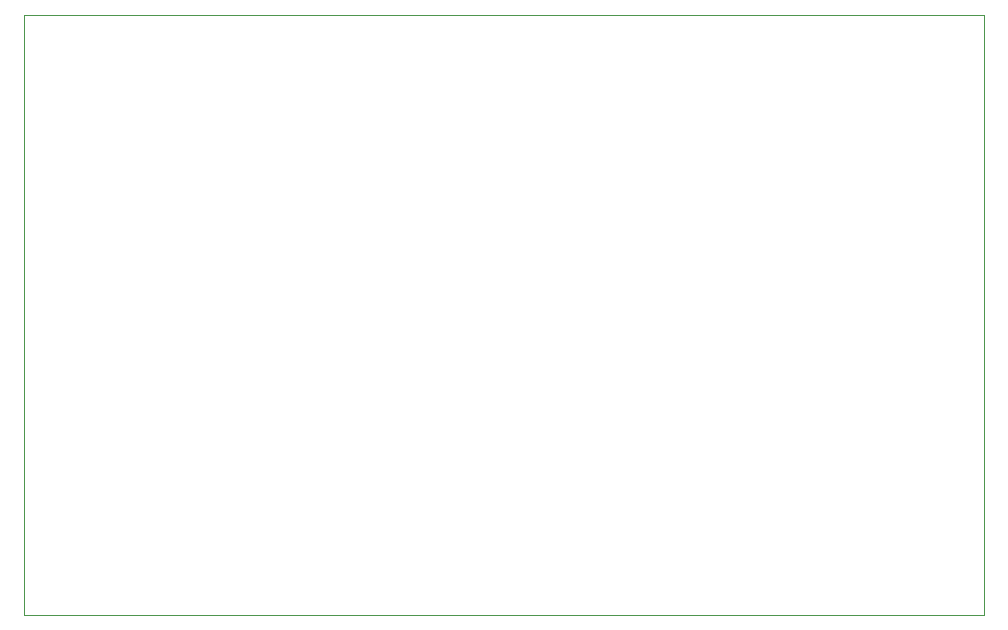
<source format=gbr>
%TF.GenerationSoftware,KiCad,Pcbnew,8.0.4*%
%TF.CreationDate,2024-08-26T23:26:12+02:00*%
%TF.ProjectId,regulateur_tension,72656775-6c61-4746-9575-725f74656e73,rev?*%
%TF.SameCoordinates,Original*%
%TF.FileFunction,Profile,NP*%
%FSLAX46Y46*%
G04 Gerber Fmt 4.6, Leading zero omitted, Abs format (unit mm)*
G04 Created by KiCad (PCBNEW 8.0.4) date 2024-08-26 23:26:12*
%MOMM*%
%LPD*%
G01*
G04 APERTURE LIST*
%TA.AperFunction,Profile*%
%ADD10C,0.050000*%
%TD*%
G04 APERTURE END LIST*
D10*
X15240000Y-15240000D02*
X96520000Y-15240000D01*
X96520000Y-66040000D01*
X15240000Y-66040000D01*
X15240000Y-15240000D01*
M02*

</source>
